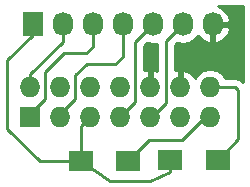
<source format=gtl>
G04 #@! TF.FileFunction,Copper,L1,Top,Signal*
%FSLAX46Y46*%
G04 Gerber Fmt 4.6, Leading zero omitted, Abs format (unit mm)*
G04 Created by KiCad (PCBNEW 4.0.6) date 03/19/18 13:01:29*
%MOMM*%
%LPD*%
G01*
G04 APERTURE LIST*
%ADD10C,0.100000*%
%ADD11R,1.727200X1.727200*%
%ADD12O,1.727200X1.727200*%
%ADD13R,1.727200X2.032000*%
%ADD14O,1.727200X2.032000*%
%ADD15R,2.000000X1.700000*%
%ADD16C,0.250000*%
%ADD17C,0.254000*%
G04 APERTURE END LIST*
D10*
D11*
X107289600Y-73101200D03*
D12*
X107289600Y-70561200D03*
X109829600Y-73101200D03*
X109829600Y-70561200D03*
X112369600Y-73101200D03*
X112369600Y-70561200D03*
X114909600Y-73101200D03*
X114909600Y-70561200D03*
X117449600Y-73101200D03*
X117449600Y-70561200D03*
X119989600Y-73101200D03*
X119989600Y-70561200D03*
X122529600Y-73101200D03*
X122529600Y-70561200D03*
D13*
X107492800Y-65278000D03*
D14*
X110032800Y-65278000D03*
X112572800Y-65278000D03*
X115112800Y-65278000D03*
X117652800Y-65278000D03*
X120192800Y-65278000D03*
X122732800Y-65278000D03*
D15*
X115588800Y-76860400D03*
X111588800Y-76860400D03*
X123158000Y-76758800D03*
X119158000Y-76758800D03*
D16*
X107289600Y-73101200D02*
X107289600Y-72847200D01*
X107289600Y-72847200D02*
X108559600Y-71577200D01*
X108559600Y-71577200D02*
X108559600Y-69342000D01*
X108559600Y-69342000D02*
X110185200Y-67716400D01*
X110185200Y-67716400D02*
X112014000Y-67716400D01*
X112014000Y-67716400D02*
X112572800Y-67157600D01*
X112572800Y-67157600D02*
X112572800Y-65278000D01*
X107289600Y-70561200D02*
X107289600Y-69494400D01*
X110032800Y-66751200D02*
X110032800Y-65278000D01*
X107289600Y-69494400D02*
X110032800Y-66751200D01*
X109829600Y-73101200D02*
X109829600Y-72898000D01*
X109829600Y-72898000D02*
X111099600Y-71628000D01*
X111099600Y-71628000D02*
X111099600Y-69596000D01*
X111099600Y-69596000D02*
X112064800Y-68630800D01*
X112064800Y-68630800D02*
X114503200Y-68630800D01*
X114503200Y-68630800D02*
X115112800Y-68021200D01*
X115112800Y-68021200D02*
X115112800Y-65278000D01*
X107492800Y-65278000D02*
X107492800Y-66141600D01*
X107492800Y-66141600D02*
X105359200Y-68275200D01*
X105359200Y-68275200D02*
X105359200Y-74117200D01*
X105359200Y-74117200D02*
X108102400Y-76860400D01*
X108102400Y-76860400D02*
X111588800Y-76860400D01*
X111588800Y-76860400D02*
X111588800Y-73882000D01*
X111588800Y-73882000D02*
X112369600Y-73101200D01*
X119158000Y-76758800D02*
X119158000Y-77793600D01*
X114078000Y-78536800D02*
X111588800Y-76860400D01*
X117398800Y-78536800D02*
X114078000Y-78536800D01*
X119158000Y-77793600D02*
X117398800Y-78536800D01*
X114909600Y-73101200D02*
X116179600Y-71831200D01*
X116179600Y-66751200D02*
X117652800Y-65278000D01*
X116179600Y-71831200D02*
X116179600Y-66751200D01*
X117449600Y-73101200D02*
X117602000Y-73101200D01*
X117602000Y-73101200D02*
X118770400Y-71932800D01*
X118770400Y-71932800D02*
X118770400Y-66700400D01*
X118770400Y-66700400D02*
X120192800Y-65278000D01*
X122529600Y-73101200D02*
X122123200Y-73101200D01*
X122123200Y-73101200D02*
X120142000Y-75082400D01*
X120142000Y-75082400D02*
X117366800Y-75082400D01*
X117366800Y-75082400D02*
X115588800Y-76860400D01*
X122529600Y-70561200D02*
X124663200Y-70561200D01*
X124917200Y-74999600D02*
X123158000Y-76758800D01*
X124917200Y-70815200D02*
X124917200Y-74999600D01*
X124663200Y-70561200D02*
X124917200Y-70815200D01*
D17*
G36*
X109956600Y-70434200D02*
X109976600Y-70434200D01*
X109976600Y-70688200D01*
X109956600Y-70688200D01*
X109956600Y-70708200D01*
X109702600Y-70708200D01*
X109702600Y-70688200D01*
X109682600Y-70688200D01*
X109682600Y-70434200D01*
X109702600Y-70434200D01*
X109702600Y-70414200D01*
X109956600Y-70414200D01*
X109956600Y-70434200D01*
X109956600Y-70434200D01*
G37*
X109956600Y-70434200D02*
X109976600Y-70434200D01*
X109976600Y-70688200D01*
X109956600Y-70688200D01*
X109956600Y-70708200D01*
X109702600Y-70708200D01*
X109702600Y-70688200D01*
X109682600Y-70688200D01*
X109682600Y-70434200D01*
X109702600Y-70434200D01*
X109702600Y-70414200D01*
X109956600Y-70414200D01*
X109956600Y-70434200D01*
G36*
X115036600Y-70434200D02*
X115056600Y-70434200D01*
X115056600Y-70688200D01*
X115036600Y-70688200D01*
X115036600Y-70708200D01*
X114782600Y-70708200D01*
X114782600Y-70688200D01*
X114762600Y-70688200D01*
X114762600Y-70434200D01*
X114782600Y-70434200D01*
X114782600Y-70414200D01*
X115036600Y-70414200D01*
X115036600Y-70434200D01*
X115036600Y-70434200D01*
G37*
X115036600Y-70434200D02*
X115056600Y-70434200D01*
X115056600Y-70688200D01*
X115036600Y-70688200D01*
X115036600Y-70708200D01*
X114782600Y-70708200D01*
X114782600Y-70688200D01*
X114762600Y-70688200D01*
X114762600Y-70434200D01*
X114782600Y-70434200D01*
X114782600Y-70414200D01*
X115036600Y-70414200D01*
X115036600Y-70434200D01*
G36*
X117652800Y-66961345D02*
X118010400Y-66890214D01*
X118010400Y-69189815D01*
X117808626Y-69106242D01*
X117576600Y-69227383D01*
X117576600Y-70434200D01*
X117596600Y-70434200D01*
X117596600Y-70688200D01*
X117576600Y-70688200D01*
X117576600Y-70708200D01*
X117322600Y-70708200D01*
X117322600Y-70688200D01*
X117302600Y-70688200D01*
X117302600Y-70434200D01*
X117322600Y-70434200D01*
X117322600Y-69227383D01*
X117090574Y-69106242D01*
X116939600Y-69168774D01*
X116939600Y-67066002D01*
X117145221Y-66860381D01*
X117652800Y-66961345D01*
X117652800Y-66961345D01*
G37*
X117652800Y-66961345D02*
X118010400Y-66890214D01*
X118010400Y-69189815D01*
X117808626Y-69106242D01*
X117576600Y-69227383D01*
X117576600Y-70434200D01*
X117596600Y-70434200D01*
X117596600Y-70688200D01*
X117576600Y-70688200D01*
X117576600Y-70708200D01*
X117322600Y-70708200D01*
X117322600Y-70688200D01*
X117302600Y-70688200D01*
X117302600Y-70434200D01*
X117322600Y-70434200D01*
X117322600Y-69227383D01*
X117090574Y-69106242D01*
X116939600Y-69168774D01*
X116939600Y-67066002D01*
X117145221Y-66860381D01*
X117652800Y-66961345D01*
G36*
X125290000Y-70113198D02*
X125200601Y-70023799D01*
X124954039Y-69859052D01*
X124663200Y-69801200D01*
X123809120Y-69801200D01*
X123589270Y-69472171D01*
X123103089Y-69147315D01*
X122529600Y-69033241D01*
X121956111Y-69147315D01*
X121469930Y-69472171D01*
X121253936Y-69795428D01*
X121196421Y-69672710D01*
X120764547Y-69278512D01*
X120348626Y-69106242D01*
X120116600Y-69227383D01*
X120116600Y-70434200D01*
X120136600Y-70434200D01*
X120136600Y-70688200D01*
X120116600Y-70688200D01*
X120116600Y-70708200D01*
X119862600Y-70708200D01*
X119862600Y-70688200D01*
X119842600Y-70688200D01*
X119842600Y-70434200D01*
X119862600Y-70434200D01*
X119862600Y-69227383D01*
X119630574Y-69106242D01*
X119530400Y-69147733D01*
X119530400Y-67015202D01*
X119685221Y-66860381D01*
X120192800Y-66961345D01*
X120766289Y-66847271D01*
X121252470Y-66522415D01*
X121459261Y-66212931D01*
X121830764Y-66628732D01*
X122358009Y-66882709D01*
X122373774Y-66885358D01*
X122605800Y-66764217D01*
X122605800Y-65405000D01*
X122859800Y-65405000D01*
X122859800Y-66764217D01*
X123091826Y-66885358D01*
X123107591Y-66882709D01*
X123634836Y-66628732D01*
X124024754Y-66192320D01*
X124217984Y-65639913D01*
X124073724Y-65405000D01*
X122859800Y-65405000D01*
X122605800Y-65405000D01*
X122585800Y-65405000D01*
X122585800Y-65151000D01*
X122605800Y-65151000D01*
X122605800Y-65131000D01*
X122859800Y-65131000D01*
X122859800Y-65151000D01*
X124073724Y-65151000D01*
X124217984Y-64916087D01*
X124024754Y-64363680D01*
X123634836Y-63927268D01*
X123183797Y-63710000D01*
X125290000Y-63710000D01*
X125290000Y-70113198D01*
X125290000Y-70113198D01*
G37*
X125290000Y-70113198D02*
X125200601Y-70023799D01*
X124954039Y-69859052D01*
X124663200Y-69801200D01*
X123809120Y-69801200D01*
X123589270Y-69472171D01*
X123103089Y-69147315D01*
X122529600Y-69033241D01*
X121956111Y-69147315D01*
X121469930Y-69472171D01*
X121253936Y-69795428D01*
X121196421Y-69672710D01*
X120764547Y-69278512D01*
X120348626Y-69106242D01*
X120116600Y-69227383D01*
X120116600Y-70434200D01*
X120136600Y-70434200D01*
X120136600Y-70688200D01*
X120116600Y-70688200D01*
X120116600Y-70708200D01*
X119862600Y-70708200D01*
X119862600Y-70688200D01*
X119842600Y-70688200D01*
X119842600Y-70434200D01*
X119862600Y-70434200D01*
X119862600Y-69227383D01*
X119630574Y-69106242D01*
X119530400Y-69147733D01*
X119530400Y-67015202D01*
X119685221Y-66860381D01*
X120192800Y-66961345D01*
X120766289Y-66847271D01*
X121252470Y-66522415D01*
X121459261Y-66212931D01*
X121830764Y-66628732D01*
X122358009Y-66882709D01*
X122373774Y-66885358D01*
X122605800Y-66764217D01*
X122605800Y-65405000D01*
X122859800Y-65405000D01*
X122859800Y-66764217D01*
X123091826Y-66885358D01*
X123107591Y-66882709D01*
X123634836Y-66628732D01*
X124024754Y-66192320D01*
X124217984Y-65639913D01*
X124073724Y-65405000D01*
X122859800Y-65405000D01*
X122605800Y-65405000D01*
X122585800Y-65405000D01*
X122585800Y-65151000D01*
X122605800Y-65151000D01*
X122605800Y-65131000D01*
X122859800Y-65131000D01*
X122859800Y-65151000D01*
X124073724Y-65151000D01*
X124217984Y-64916087D01*
X124024754Y-64363680D01*
X123634836Y-63927268D01*
X123183797Y-63710000D01*
X125290000Y-63710000D01*
X125290000Y-70113198D01*
M02*

</source>
